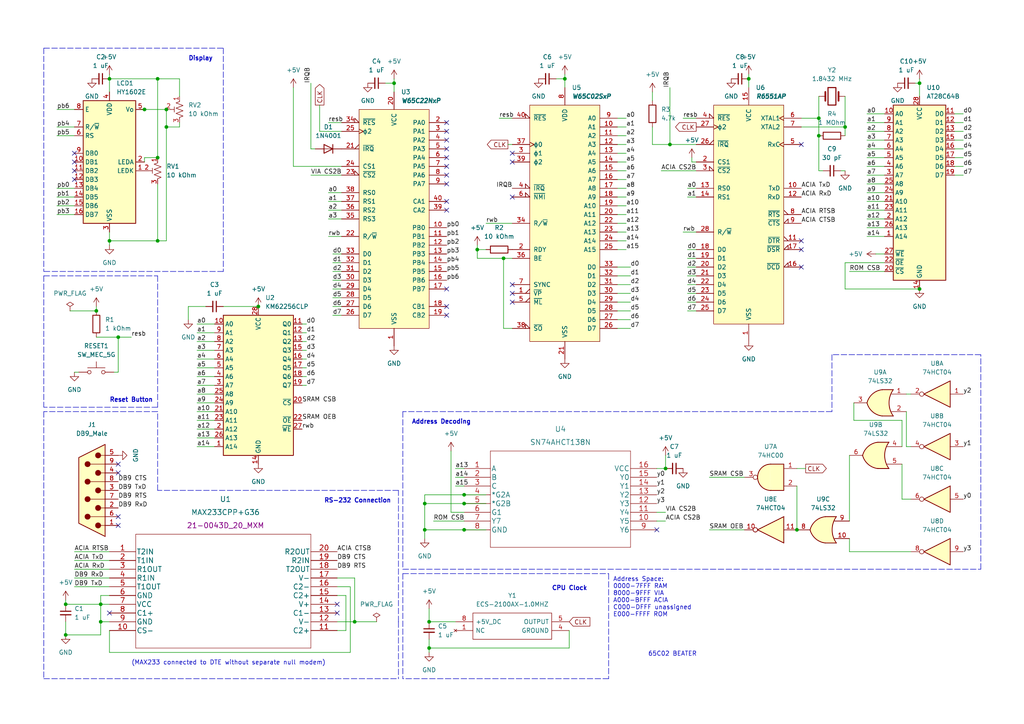
<source format=kicad_sch>
(kicad_sch (version 20211123) (generator eeschema)
  (paper "A4")
  (lib_symbols
    (symbol "2022-08-31_17-36-00:SN74AHCT138N" (pin_names (offset 0.254))
      (property "Reference" "U" (at 27.94 10.16 0))
      (property "Value" "SN74AHCT138N" (at 27.94 7.62 0))
      (symbol "SN74AHCT138N_1_1"
        (pin input line (at 0 0 0) (length 7.62) (name "A") (number "1"))
        (pin output line (at 55.88 -15.24 180) (length 7.62) (name "Y5") (number "10"))
        (pin output line (at 55.88 -12.7 180) (length 7.62) (name "Y4") (number "11"))
        (pin output line (at 55.88 -10.16 180) (length 7.62) (name "Y3") (number "12"))
        (pin output line (at 55.88 -7.62 180) (length 7.62) (name "Y2") (number "13"))
        (pin output line (at 55.88 -5.08 180) (length 7.62) (name "Y1") (number "14"))
        (pin output line (at 55.88 -2.54 180) (length 7.62) (name "Y0") (number "15"))
        (pin power_in line (at 55.88 0 180) (length 7.62) (name "VCC") (number "16"))
        (pin input line (at 0 -2.54 0) (length 7.62) (name "B") (number "2"))
        (pin input line (at 0 -5.08 0) (length 7.62) (name "C") (number "3"))
        (pin input line (at 0 -7.62 0) (length 7.62) (name "*G2A") (number "4"))
        (pin input line (at 0 -10.16 0) (length 7.62) (name "*G2B") (number "5"))
        (pin input line (at 0 -12.7 0) (length 7.62) (name "G1") (number "6"))
        (pin output line (at 0 -15.24 0) (length 7.62) (name "Y7") (number "7"))
        (pin power_in line (at 0 -17.78 0) (length 7.62) (name "GND") (number "8"))
        (pin output line (at 55.88 -17.78 180) (length 7.62) (name "Y6") (number "9"))
      )
    )
    (symbol "6502:W65C02SxP" (pin_names (offset 1.016))
      (property "Reference" "U" (at -10.16 35.56 0))
      (property "Value" "W65C02SxP" (at 0 0 90))
      (symbol "W65C02SxP_1_1"
        (pin output output_low (at -15.24 -20.32 0) (length 5.08) (name "~{VP}") (number "1"))
        (pin tri_state line (at 15.24 27.94 180) (length 5.08) (name "A1") (number "10"))
        (pin tri_state line (at 15.24 25.4 180) (length 5.08) (name "A2") (number "11"))
        (pin tri_state line (at 15.24 22.86 180) (length 5.08) (name "A3") (number "12"))
        (pin tri_state line (at 15.24 20.32 180) (length 5.08) (name "A4") (number "13"))
        (pin tri_state line (at 15.24 17.78 180) (length 5.08) (name "A5") (number "14"))
        (pin tri_state line (at 15.24 15.24 180) (length 5.08) (name "A6") (number "15"))
        (pin tri_state line (at 15.24 12.7 180) (length 5.08) (name "A7") (number "16"))
        (pin tri_state line (at 15.24 10.16 180) (length 5.08) (name "A8") (number "17"))
        (pin tri_state line (at 15.24 7.62 180) (length 5.08) (name "A9") (number "18"))
        (pin tri_state line (at 15.24 5.08 180) (length 5.08) (name "A10") (number "19"))
        (pin open_collector line (at -15.24 -7.62 0) (length 5.08) (name "RDY") (number "2"))
        (pin tri_state line (at 15.24 2.54 180) (length 5.08) (name "A11") (number "20"))
        (pin power_in line (at 0 -39.37 90) (length 5.08) (name "VSS") (number "21"))
        (pin tri_state line (at 15.24 0 180) (length 5.08) (name "A12") (number "22"))
        (pin tri_state line (at 15.24 -2.54 180) (length 5.08) (name "A13") (number "23"))
        (pin tri_state line (at 15.24 -5.08 180) (length 5.08) (name "A14") (number "24"))
        (pin tri_state line (at 15.24 -7.62 180) (length 5.08) (name "A15") (number "25"))
        (pin bidirectional line (at 15.24 -30.48 180) (length 5.08) (name "D7") (number "26"))
        (pin bidirectional line (at 15.24 -27.94 180) (length 5.08) (name "D6") (number "27"))
        (pin bidirectional line (at 15.24 -25.4 180) (length 5.08) (name "D5") (number "28"))
        (pin bidirectional line (at 15.24 -22.86 180) (length 5.08) (name "D4") (number "29"))
        (pin output line (at -15.24 20.32 0) (length 5.08) (name "ϕ1") (number "3"))
        (pin bidirectional line (at 15.24 -20.32 180) (length 5.08) (name "D3") (number "30"))
        (pin bidirectional line (at 15.24 -17.78 180) (length 5.08) (name "D2") (number "31"))
        (pin bidirectional line (at 15.24 -15.24 180) (length 5.08) (name "D1") (number "32"))
        (pin bidirectional line (at 15.24 -12.7 180) (length 5.08) (name "D0") (number "33"))
        (pin tri_state line (at -15.24 0 0) (length 5.08) (name "R/~{W}") (number "34"))
        (pin no_connect non_logic (at -10.16 -27.94 0) (length 2.54) hide (name "nc") (number "35"))
        (pin input line (at -15.24 -10.16 0) (length 5.08) (name "BE") (number "36"))
        (pin input clock (at -15.24 22.86 0) (length 5.08) (name "ϕ0") (number "37"))
        (pin input input_low (at -15.24 -30.48 0) (length 5.08) (name "~{SO}") (number "38"))
        (pin output line (at -15.24 17.78 0) (length 5.08) (name "ϕ2") (number "39"))
        (pin input input_low (at -15.24 10.16 0) (length 5.08) (name "~{IRQ}") (number "4"))
        (pin input input_low (at -15.24 30.48 0) (length 5.08) (name "~{RES}") (number "40"))
        (pin output output_low (at -15.24 -22.86 0) (length 5.08) (name "~{ML}") (number "5"))
        (pin input input_low (at -15.24 7.62 0) (length 5.08) (name "~{NMI}") (number "6"))
        (pin output line (at -15.24 -17.78 0) (length 5.08) (name "SYNC") (number "7"))
        (pin power_in line (at 0 39.37 270) (length 5.08) (name "VDD") (number "8"))
        (pin tri_state line (at 15.24 30.48 180) (length 5.08) (name "A0") (number "9"))
      )
    )
    (symbol "6502:W65C22NxP" (pin_names (offset 1.016))
      (property "Reference" "U" (at -10.16 33.02 0))
      (property "Value" "W65C22NxP" (at 0 0 90))
      (symbol "W65C22NxP_1_1"
        (pin power_in line (at 0 -36.83 90) (length 5.08) (name "VSS") (number "1"))
        (pin bidirectional line (at 15.24 -2.54 180) (length 5.08) (name "PB0") (number "10"))
        (pin bidirectional line (at 15.24 -5.08 180) (length 5.08) (name "PB1") (number "11"))
        (pin bidirectional line (at 15.24 -7.62 180) (length 5.08) (name "PB2") (number "12"))
        (pin bidirectional line (at 15.24 -10.16 180) (length 5.08) (name "PB3") (number "13"))
        (pin bidirectional line (at 15.24 -12.7 180) (length 5.08) (name "PB4") (number "14"))
        (pin bidirectional line (at 15.24 -15.24 180) (length 5.08) (name "PB5") (number "15"))
        (pin bidirectional line (at 15.24 -17.78 180) (length 5.08) (name "PB6") (number "16"))
        (pin bidirectional line (at 15.24 -20.32 180) (length 5.08) (name "PB7") (number "17"))
        (pin input line (at 15.24 -25.4 180) (length 5.08) (name "CB1") (number "18"))
        (pin bidirectional line (at 15.24 -27.94 180) (length 5.08) (name "CB2") (number "19"))
        (pin bidirectional line (at 15.24 27.94 180) (length 5.08) (name "PA0") (number "2"))
        (pin power_in line (at 0 36.83 270) (length 5.08) (name "VCC") (number "20"))
        (pin open_collector output_low (at -15.24 20.32 0) (length 5.08) (name "~{IRQ}") (number "21"))
        (pin input line (at -15.24 -5.08 0) (length 5.08) (name "R/~{W}") (number "22"))
        (pin input input_low (at -15.24 12.7 0) (length 5.08) (name "~{CS2}") (number "23"))
        (pin input line (at -15.24 15.24 0) (length 5.08) (name "CS1") (number "24"))
        (pin input clock (at -15.24 25.4 0) (length 5.08) (name "ϕ2") (number "25"))
        (pin bidirectional line (at -15.24 -27.94 0) (length 5.08) (name "D7") (number "26"))
        (pin bidirectional line (at -15.24 -25.4 0) (length 5.08) (name "D6") (number "27"))
        (pin bidirectional line (at -15.24 -22.86 0) (length 5.08) (name "D5") (number "28"))
        (pin bidirectional line (at -15.24 -20.32 0) (length 5.08) (name "D4") (number "29"))
        (pin bidirectional line (at 15.24 25.4 180) (length 5.08) (name "PA1") (number "3"))
        (pin bidirectional line (at -15.24 -17.78 0) (length 5.08) (name "D3") (number "30"))
        (pin bidirectional line (at -15.24 -15.24 0) (length 5.08) (name "D2") (number "31"))
        (pin bidirectional line (at -15.24 -12.7 0) (length 5.08) (name "D1") (number "32"))
        (pin bidirectional line (at -15.24 -10.16 0) (length 5.08) (name "D0") (number "33"))
        (pin input input_low (at -15.24 27.94 0) (length 5.08) (name "~{RES}") (number "34"))
        (pin input line (at -15.24 0 0) (length 5.08) (name "RS3") (number "35"))
        (pin input line (at -15.24 2.54 0) (length 5.08) (name "RS2") (number "36"))
        (pin input line (at -15.24 5.08 0) (length 5.08) (name "RS1") (number "37"))
        (pin input line (at -15.24 7.62 0) (length 5.08) (name "RS0") (number "38"))
        (pin bidirectional line (at 15.24 2.54 180) (length 5.08) (name "CA2") (number "39"))
        (pin bidirectional line (at 15.24 22.86 180) (length 5.08) (name "PA2") (number "4"))
        (pin input line (at 15.24 5.08 180) (length 5.08) (name "CA1") (number "40"))
        (pin bidirectional line (at 15.24 20.32 180) (length 5.08) (name "PA3") (number "5"))
        (pin bidirectional line (at 15.24 17.78 180) (length 5.08) (name "PA4") (number "6"))
        (pin bidirectional line (at 15.24 15.24 180) (length 5.08) (name "PA5") (number "7"))
        (pin bidirectional line (at 15.24 12.7 180) (length 5.08) (name "PA6") (number "8"))
        (pin bidirectional line (at 15.24 10.16 180) (length 5.08) (name "PA7") (number "9"))
      )
    )
    (symbol "6502:W65C51NxP" (pin_names (offset 1.016))
      (property "Reference" "U" (at -10.16 33.02 0))
      (property "Value" "W65C51NxP" (at 0 0 90))
      (symbol "W65C51NxP_1_1"
        (pin power_in line (at 0 -36.83 90) (length 5.08) (name "VSS") (number "1"))
        (pin output line (at 15.24 7.62 180) (length 5.08) (name "TxD") (number "10"))
        (pin output output_low (at 15.24 -7.62 180) (length 5.08) (name "~{DTR}") (number "11"))
        (pin input line (at 15.24 5.08 180) (length 5.08) (name "RxD") (number "12"))
        (pin input line (at -15.24 7.62 0) (length 5.08) (name "RS0") (number "13"))
        (pin input line (at -15.24 5.08 0) (length 5.08) (name "RS1") (number "14"))
        (pin power_in line (at 0 36.83 270) (length 5.08) (name "VCC") (number "15"))
        (pin input input_low (at 15.24 -15.24 180) (length 5.08) (name "~{DCD}") (number "16"))
        (pin input input_low (at 15.24 -10.16 180) (length 5.08) (name "~{DSR}") (number "17"))
        (pin bidirectional line (at -15.24 -10.16 0) (length 5.08) (name "D0") (number "18"))
        (pin bidirectional line (at -15.24 -12.7 0) (length 5.08) (name "D1") (number "19"))
        (pin input line (at -15.24 15.24 0) (length 5.08) (name "CS1") (number "2"))
        (pin bidirectional line (at -15.24 -15.24 0) (length 5.08) (name "D2") (number "20"))
        (pin bidirectional line (at -15.24 -17.78 0) (length 5.08) (name "D3") (number "21"))
        (pin bidirectional line (at -15.24 -20.32 0) (length 5.08) (name "D4") (number "22"))
        (pin bidirectional line (at -15.24 -22.86 0) (length 5.08) (name "D5") (number "23"))
        (pin bidirectional line (at -15.24 -25.4 0) (length 5.08) (name "D6") (number "24"))
        (pin bidirectional line (at -15.24 -27.94 0) (length 5.08) (name "D7") (number "25"))
        (pin open_collector output_low (at -15.24 20.32 0) (length 5.08) (name "~{IRQ}") (number "26"))
        (pin input clock (at -15.24 25.4 0) (length 5.08) (name "ϕ2") (number "27"))
        (pin input line (at -15.24 -5.08 0) (length 5.08) (name "R/~{W}") (number "28"))
        (pin input input_low (at -15.24 12.7 0) (length 5.08) (name "~{CS2}") (number "3"))
        (pin input input_low (at -15.24 27.94 0) (length 5.08) (name "~{RES}") (number "4"))
        (pin bidirectional clock (at 15.24 20.32 180) (length 5.08) (name "RxC") (number "5"))
        (pin input clock (at 15.24 27.94 180) (length 5.08) (name "XTAL1") (number "6"))
        (pin output line (at 15.24 25.4 180) (length 5.08) (name "XTAL2") (number "7"))
        (pin output output_low (at 15.24 0 180) (length 5.08) (name "~{RTS}") (number "8"))
        (pin input input_low (at 15.24 -2.54 180) (length 5.08) (name "~{CTS}") (number "9"))
      )
    )
    (symbol "74xx:74HC00" (pin_names (offset 1.016))
      (property "Reference" "U" (at 0 1.27 0))
      (property "Value" "74HC00" (at 0 -1.27 0))
      (symbol "74HC00_1_1"
        (pin input line (at -7.62 2.54 0) (length 3.81) (name "~") (number "1"))
        (pin input line (at -7.62 -2.54 0) (length 3.81) (name "~") (number "2"))
        (pin output inverted (at 7.62 0 180) (length 3.81) (name "~") (number "3"))
      )
      (symbol "74HC00_1_2"
        (pin input inverted (at -7.62 2.54 0) (length 4.318) (name "~") (number "1"))
        (pin input inverted (at -7.62 -2.54 0) (length 4.318) (name "~") (number "2"))
        (pin output line (at 7.62 0 180) (length 3.81) (name "~") (number "3"))
      )
      (symbol "74HC00_2_1"
        (pin input line (at -7.62 2.54 0) (length 3.81) (name "~") (number "4"))
        (pin input line (at -7.62 -2.54 0) (length 3.81) (name "~") (number "5"))
        (pin output inverted (at 7.62 0 180) (length 3.81) (name "~") (number "6"))
      )
      (symbol "74HC00_2_2"
        (pin input inverted (at -7.62 2.54 0) (length 4.318) (name "~") (number "4"))
        (pin input inverted (at -7.62 -2.54 0) (length 4.318) (name "~") (number "5"))
        (pin output line (at 7.62 0 180) (length 3.81) (name "~") (number "6"))
      )
      (symbol "74HC00_3_1"
        (pin input line (at -7.62 -2.54 0) (length 3.81) (name "~") (number "10"))
        (pin output inverted (at 7.62 0 180) (length 3.81) (name "~") (number "8"))
        (pin input line (at -7.62 2.54 0) (length 3.81) (name "~") (number "9"))
      )
      (symbol "74HC00_3_2"
        (pin input inverted (at -7.62 -2.54 0) (length 4.318) (name "~") (number "10"))
        (pin output line (at 7.62 0 180) (length 3.81) (name "~") (number "8"))
        (pin input inverted (at -7.62 2.54 0) (length 4.318) (name "~") (number "9"))
      )
      (symbol "74HC00_4_1"
        (pin output inverted (at 7.62 0 180) (length 3.81) (name "~") (number "11"))
        (pin input line (at -7.62 2.54 0) (length 3.81) (name "~") (number "12"))
        (pin input line (at -7.62 -2.54 0) (length 3.81) (name "~") (number "13"))
      )
      (symbol "74HC00_4_2"
        (pin output line (at 7.62 0 180) (length 3.81) (name "~") (number "11"))
        (pin input inverted (at -7.62 2.54 0) (length 4.318) (name "~") (number "12"))
        (pin input inverted (at -7.62 -2.54 0) (length 4.318) (name "~") (number "13"))
      )
      (symbol "74HC00_5_0"
        (pin power_in line (at 0 12.7 270) (length 5.08) (name "VCC") (number "14"))
        (pin power_in line (at 0 -12.7 90) (length 5.08) (name "GND") (number "7"))
      )
    )
    (symbol "74xx:74HCT04"
      (property "Reference" "U" (at 0 1.27 0))
      (property "Value" "74HCT04" (at 0 -1.27 0))
      (symbol "74HCT04_1_0"
        (pin input line (at -7.62 0 0) (length 3.81) (name "~") (number "1"))
        (pin output inverted (at 7.62 0 180) (length 3.81) (name "~") (number "2"))
      )
      (symbol "74HCT04_2_0"
        (pin input line (at -7.62 0 0) (length 3.81) (name "~") (number "3"))
        (pin output inverted (at 7.62 0 180) (length 3.81) (name "~") (number "4"))
      )
      (symbol "74HCT04_3_0"
        (pin input line (at -7.62 0 0) (length 3.81) (name "~") (number "5"))
        (pin output inverted (at 7.62 0 180) (length 3.81) (name "~") (number "6"))
      )
      (symbol "74HCT04_4_0"
        (pin output inverted (at 7.62 0 180) (length 3.81) (name "~") (number "8"))
        (pin input line (at -7.62 0 0) (length 3.81) (name "~") (number "9"))
      )
      (symbol "74HCT04_5_0"
        (pin output inverted (at 7.62 0 180) (length 3.81) (name "~") (number "10"))
        (pin input line (at -7.62 0 0) (length 3.81) (name "~") (number "11"))
      )
      (symbol "74HCT04_6_0"
        (pin output inverted (at 7.62 0 180) (length 3.81) (name "~") (number "12"))
        (pin input line (at -7.62 0 0) (length 3.81) (name "~") (number "13"))
      )
      (symbol "74HCT04_7_0"
        (pin power_in line (at 0 12.7 270) (length 5.08) (name "VCC") (number "14"))
        (pin power_in line (at 0 -12.7 90) (length 5.08) (name "GND") (number "7"))
      )
    )
    (symbol "74xx:74LS32" (pin_names (offset 1.016))
      (property "Reference" "U" (at 0 1.27 0))
      (property "Value" "74LS32" (at 0 -1.27 0))
      (symbol "74LS32_1_1"
        (pin input line (at -7.62 2.54 0) (length 4.318) (name "~") (number "1"))
        (pin input line (at -7.62 -2.54 0) (length 4.318) (name "~") (number "2"))
        (pin output line (at 7.62 0 180) (length 3.81) (name "~") (number "3"))
      )
      (symbol "74LS32_1_2"
        (pin input inverted (at -7.62 2.54 0) (length 3.81) (name "~") (number "1"))
        (pin input inverted (at -7.62 -2.54 0) (length 3.81) (name "~") (number "2"))
        (pin output inverted (at 7.62 0 180) (length 3.81) (name "~") (number "3"))
      )
      (symbol "74LS32_2_1"
        (pin input line (at -7.62 2.54 0) (length 4.318) (name "~") (number "4"))
        (pin input line (at -7.62 -2.54 0) (length 4.318) (name "~") (number "5"))
        (pin output line (at 7.62 0 180) (length 3.81) (name "~") (number "6"))
      )
      (symbol "74LS32_2_2"
        (pin input inverted (at -7.62 2.54 0) (length 3.81) (name "~") (number "4"))
        (pin input inverted (at -7.62 -2.54 0) (length 3.81) (name "~") (number "5"))
        (pin output inverted (at 7.62 0 180) (length 3.81) (name "~") (number "6"))
      )
      (symbol "74LS32_3_1"
        (pin input line (at -7.62 -2.54 0) (length 4.318) (name "~") (number "10"))
        (pin output line (at 7.62 0 180) (length 3.81) (name "~") (number "8"))
        (pin input line (at -7.62 2.54 0) (length 4.318) (name "~") (number "9"))
      )
      (symbol "74LS32_3_2"
        (pin input inverted (at -7.62 -2.54 0) (length 3.81) (name "~") (number "10"))
        (pin output inverted (at 7.62 0 180) (length 3.81) (name "~") (number "8"))
        (pin input inverted (at -7.62 2.54 0) (length 3.81) (name "~") (number "9"))
      )
      (symbol "74LS32_4_1"
        (pin output line (at 7.62 0 180) (length 3.81) (name "~") (number "11"))
        (pin input line (at -7.62 2.54 0) (length 4.318) (name "~") (number "12"))
        (pin input line (at -7.62 -2.54 0) (length 4.318) (name "~") (number "13"))
      )
      (symbol "74LS32_4_2"
        (pin output inverted (at 7.62 0 180) (length 3.81) (name "~") (number "11"))
        (pin input inverted (at -7.62 2.54 0) (length 3.81) (name "~") (number "12"))
        (pin input inverted (at -7.62 -2.54 0) (length 3.81) (name "~") (number "13"))
      )
      (symbol "74LS32_5_0"
        (pin power_in line (at 0 12.7 270) (length 5.08) (name "VCC") (number "14"))
        (pin power_in line (at 0 -12.7 90) (length 5.08) (name "GND") (number "7"))
      )
    )
    (symbol "Connector:DB9_Male" (pin_names (offset 1.016) hide)
      (property "Reference" "J" (at 0 13.97 0))
      (property "Value" "DB9_Male" (at 0 -14.605 0))
      (symbol "DB9_Male_1_1"
        (pin passive line (at -7.62 -10.16 0) (length 3.81) (name "1") (number "1"))
        (pin passive line (at -7.62 -5.08 0) (length 3.81) (name "2") (number "2"))
        (pin passive line (at -7.62 0 0) (length 3.81) (name "3") (number "3"))
        (pin passive line (at -7.62 5.08 0) (length 3.81) (name "4") (number "4"))
        (pin passive line (at -7.62 10.16 0) (length 3.81) (name "5") (number "5"))
        (pin passive line (at -7.62 -7.62 0) (length 3.81) (name "6") (number "6"))
        (pin passive line (at -7.62 -2.54 0) (length 3.81) (name "7") (number "7"))
        (pin passive line (at -7.62 2.54 0) (length 3.81) (name "8") (number "8"))
        (pin passive line (at -7.62 7.62 0) (length 3.81) (name "9") (number "9"))
      )
    )
    (symbol "Device:C_Small" (pin_numbers hide) (pin_names (offset 0.254) hide)
      (property "Reference" "C" (at 0.254 1.778 0))
      (property "Value" "C_Small" (at 0.254 -2.032 0))
      (symbol "C_Small_1_1"
        (pin passive line (at 0 2.54 270) (length 2.032) (name "~") (number "1"))
        (pin passive line (at 0 -2.54 90) (length 2.032) (name "~") (number "2"))
      )
    )
    (symbol "Device:Crystal" (pin_numbers hide) (pin_names (offset 1.016) hide)
      (property "Reference" "Y" (at 0 3.81 0))
      (property "Value" "Crystal" (at 0 -3.81 0))
      (symbol "Crystal_1_1"
        (pin passive line (at -3.81 0 0) (length 1.27) (name "1") (number "1"))
        (pin passive line (at 3.81 0 180) (length 1.27) (name "2") (number "2"))
      )
    )
    (symbol "Device:R" (pin_numbers hide) (pin_names (offset 0))
      (property "Reference" "R" (at 2.032 0 90))
      (property "Value" "R" (at 0 0 90))
      (symbol "R_1_1"
        (pin passive line (at 0 3.81 270) (length 1.27) (name "~") (number "1"))
        (pin passive line (at 0 -3.81 90) (length 1.27) (name "~") (number "2"))
      )
    )
    (symbol "Device:R_Potentiometer_Trim_US" (pin_names (offset 1.016) hide)
      (property "Reference" "RV" (at -4.445 0 90))
      (property "Value" "R_Potentiometer_Trim_US" (at -2.54 0 90))
      (symbol "R_Potentiometer_Trim_US_1_1"
        (pin passive line (at 0 3.81 270) (length 1.27) (name "1") (number "1"))
        (pin passive line (at 3.81 0 180) (length 1.27) (name "2") (number "2"))
        (pin passive line (at 0 -3.81 90) (length 1.27) (name "3") (number "3"))
      )
    )
    (symbol "Diode:1N4001" (pin_numbers hide) (pin_names (offset 1.016) hide)
      (property "Reference" "D" (at 0 2.54 0))
      (property "Value" "1N4001" (at 0 -2.54 0))
      (symbol "1N4001_1_1"
        (pin passive line (at -3.81 0 0) (length 2.54) (name "K") (number "1"))
        (pin passive line (at 3.81 0 180) (length 2.54) (name "A") (number "2"))
      )
    )
    (symbol "Display_Character:HY1602E"
      (property "Reference" "DS" (at -6.096 19.05 0))
      (property "Value" "HY1602E" (at 5.08 19.05 0))
      (symbol "HY1602E_1_1"
        (pin passive line (at 10.16 -2.54 180) (length 2.54) (name "LEDK") (number "1"))
        (pin bidirectional line (at -10.16 0 0) (length 2.54) (name "DB1") (number "10"))
        (pin bidirectional line (at -10.16 -2.54 0) (length 2.54) (name "DB2") (number "11"))
        (pin bidirectional line (at -10.16 -5.08 0) (length 2.54) (name "DB3") (number "12"))
        (pin bidirectional line (at -10.16 -7.62 0) (length 2.54) (name "DB4") (number "13"))
        (pin bidirectional line (at -10.16 -10.16 0) (length 2.54) (name "DB5") (number "14"))
        (pin bidirectional line (at -10.16 -12.7 0) (length 2.54) (name "DB6") (number "15"))
        (pin bidirectional line (at -10.16 -15.24 0) (length 2.54) (name "DB7") (number "16"))
        (pin passive line (at 10.16 0 180) (length 2.54) (name "LEDA") (number "2"))
        (pin power_in line (at 0 -20.32 90) (length 2.54) (name "VSS") (number "3"))
        (pin power_in line (at 0 20.32 270) (length 2.54) (name "VDD") (number "4"))
        (pin input line (at 10.16 15.24 180) (length 2.54) (name "Vo") (number "5"))
        (pin input line (at -10.16 7.62 0) (length 2.54) (name "RS") (number "6"))
        (pin input line (at -10.16 10.16 0) (length 2.54) (name "R/~{W}") (number "7"))
        (pin input line (at -10.16 15.24 0) (length 2.54) (name "E") (number "8"))
        (pin bidirectional line (at -10.16 2.54 0) (length 2.54) (name "DB0") (number "9"))
      )
    )
    (symbol "Memory_EEPROM:28C256"
      (property "Reference" "U" (at -7.62 26.67 0))
      (property "Value" "28C256" (at 2.54 -26.67 0))
      (symbol "28C256_1_1"
        (pin input line (at -10.16 -12.7 0) (length 2.54) (name "A14") (number "1"))
        (pin input line (at -10.16 22.86 0) (length 2.54) (name "A0") (number "10"))
        (pin tri_state line (at 10.16 22.86 180) (length 2.54) (name "D0") (number "11"))
        (pin tri_state line (at 10.16 20.32 180) (length 2.54) (name "D1") (number "12"))
        (pin tri_state line (at 10.16 17.78 180) (length 2.54) (name "D2") (number "13"))
        (pin power_in line (at 0 -27.94 90) (length 2.54) (name "GND") (number "14"))
        (pin tri_state line (at 10.16 15.24 180) (length 2.54) (name "D3") (number "15"))
        (pin tri_state line (at 10.16 12.7 180) (length 2.54) (name "D4") (number "16"))
        (pin tri_state line (at 10.16 10.16 180) (length 2.54) (name "D5") (number "17"))
        (pin tri_state line (at 10.16 7.62 180) (length 2.54) (name "D6") (number "18"))
        (pin tri_state line (at 10.16 5.08 180) (length 2.54) (name "D7") (number "19"))
        (pin input line (at -10.16 -7.62 0) (length 2.54) (name "A12") (number "2"))
        (pin input line (at -10.16 -22.86 0) (length 2.54) (name "~{CS}") (number "20"))
        (pin input line (at -10.16 -2.54 0) (length 2.54) (name "A10") (number "21"))
        (pin input line (at -10.16 -20.32 0) (length 2.54) (name "~{OE}") (number "22"))
        (pin input line (at -10.16 -5.08 0) (length 2.54) (name "A11") (number "23"))
        (pin input line (at -10.16 0 0) (length 2.54) (name "A9") (number "24"))
        (pin input line (at -10.16 2.54 0) (length 2.54) (name "A8") (number "25"))
        (pin input line (at -10.16 -10.16 0) (length 2.54) (name "A13") (number "26"))
        (pin input line (at -10.16 -17.78 0) (length 2.54) (name "~{WE}") (number "27"))
        (pin power_in line (at 0 27.94 270) (length 2.54) (name "VCC") (number "28"))
        (pin input line (at -10.16 5.08 0) (length 2.54) (name "A7") (number "3"))
        (pin input line (at -10.16 7.62 0) (length 2.54) (name "A6") (number "4"))
        (pin input line (at -10.16 10.16 0) (length 2.54) (name "A5") (number "5"))
        (pin input line (at -10.16 12.7 0) (length 2.54) (name "A4") (number "6"))
        (pin input line (at -10.16 15.24 0) (length 2.54) (name "A3") (number "7"))
        (pin input line (at -10.16 17.78 0) (length 2.54) (name "A2") (number "8"))
        (pin input line (at -10.16 20.32 0) (length 2.54) (name "A1") (number "9"))
      )
    )
    (symbol "Memory_RAM:KM62256CLP"
      (property "Reference" "U" (at -10.16 20.955 0))
      (property "Value" "KM62256CLP" (at 2.54 20.955 0))
      (symbol "KM62256CLP_0_0"
        (pin power_in line (at 0 -22.86 90) (length 2.54) (name "GND") (number "14"))
        (pin power_in line (at 0 22.86 270) (length 2.54) (name "VCC") (number "28"))
      )
      (symbol "KM62256CLP_1_1"
        (pin input line (at -12.7 -17.78 0) (length 2.54) (name "A14") (number "1"))
        (pin input line (at -12.7 17.78 0) (length 2.54) (name "A0") (number "10"))
        (pin tri_state line (at 12.7 17.78 180) (length 2.54) (name "Q0") (number "11"))
        (pin tri_state line (at 12.7 15.24 180) (length 2.54) (name "Q1") (number "12"))
        (pin tri_state line (at 12.7 12.7 180) (length 2.54) (name "Q2") (number "13"))
        (pin tri_state line (at 12.7 10.16 180) (length 2.54) (name "Q3") (number "15"))
        (pin tri_state line (at 12.7 7.62 180) (length 2.54) (name "Q4") (number "16"))
        (pin tri_state line (at 12.7 5.08 180) (length 2.54) (name "Q5") (number "17"))
        (pin tri_state line (at 12.7 2.54 180) (length 2.54) (name "Q6") (number "18"))
        (pin tri_state line (at 12.7 0 180) (length 2.54) (name "Q7") (number "19"))
        (pin input line (at -12.7 -12.7 0) (length 2.54) (name "A12") (number "2"))
        (pin input line (at 12.7 -5.08 180) (length 2.54) (name "~{CS}") (number "20"))
        (pin input line (at -12.7 -7.62 0) (length 2.54) (name "A10") (number "21"))
        (pin input line (at 12.7 -10.16 180) (length 2.54) (name "~{OE}") (number "22"))
        (pin input line (at -12.7 -10.16 0) (length 2.54) (name "A11") (number "23"))
        (pin input line (at -12.7 -5.08 0) (length 2.54) (name "A9") (number "24"))
        (pin input line (at -12.7 -2.54 0) (length 2.54) (name "A8") (number "25"))
        (pin input line (at -12.7 -15.24 0) (length 2.54) (name "A13") (number "26"))
        (pin input line (at 12.7 -12.7 180) (length 2.54) (name "~{WE}") (number "27"))
        (pin input line (at -12.7 0 0) (length 2.54) (name "A7") (number "3"))
        (pin input line (at -12.7 2.54 0) (length 2.54) (name "A6") (number "4"))
        (pin input line (at -12.7 5.08 0) (length 2.54) (name "A5") (number "5"))
        (pin input line (at -12.7 7.62 0) (length 2.54) (name "A4") (number "6"))
        (pin input line (at -12.7 10.16 0) (length 2.54) (name "A3") (number "7"))
        (pin input line (at -12.7 12.7 0) (length 2.54) (name "A2") (number "8"))
        (pin input line (at -12.7 15.24 0) (length 2.54) (name "A1") (number "9"))
      )
    )
    (symbol "SamacSys_Parts:ECS-2100AX-1.0MHZ" (pin_names (offset 0.762))
      (property "Reference" "Y" (at 29.21 7.62 0))
      (property "Value" "ECS-2100AX-1.0MHZ" (at 29.21 5.08 0))
      (symbol "ECS-2100AX-1.0MHZ_0_0"
        (pin no_connect line (at 0 -2.54 0) (length 5.08) (name "NC") (number "1"))
        (pin passive line (at 33.02 -2.54 180) (length 5.08) (name "GROUND") (number "4"))
        (pin passive line (at 33.02 0 180) (length 5.08) (name "OUTPUT") (number "5"))
        (pin passive line (at 0 0 0) (length 5.08) (name "+5V_DC") (number "8"))
      )
    )
    (symbol "Switch:SW_MEC_5G" (pin_numbers hide) (pin_names (offset 1.016) hide)
      (property "Reference" "SW" (at 1.27 2.54 0))
      (property "Value" "SW_MEC_5G" (at 0 -1.524 0))
      (symbol "SW_MEC_5G_0_1"
        (pin passive line (at -5.08 0 0) (length 2.54) (name "A") (number "1"))
        (pin passive line (at 5.08 0 180) (length 2.54) (name "B") (number "3"))
      )
      (symbol "SW_MEC_5G_1_1"
        (pin passive line (at -5.08 0 0) (length 2.54) hide (name "A") (number "2"))
        (pin passive line (at 5.08 0 180) (length 2.54) hide (name "B") (number "4"))
      )
    )
    (symbol "max233:MAX233CPP+G36" (pin_names (offset 0.254))
      (property "Reference" "U" (at 33.02 10.16 0))
      (property "Value" "MAX233CPP+G36" (at 33.02 7.62 0))
      (symbol "MAX233CPP+G36_1_1"
        (pin input line (at 0 0 0) (length 7.62) (name "T2IN") (number "1"))
        (pin bidirectional line (at 0 -22.86 0) (length 7.62) (name "CS-") (number "10"))
        (pin bidirectional line (at 66.04 -22.86 180) (length 7.62) (name "C2+") (number "11"))
        (pin power_in line (at 66.04 -20.32 180) (length 7.62) (name "V-") (number "12"))
        (pin bidirectional line (at 66.04 -17.78 180) (length 7.62) (name "C1-") (number "13"))
        (pin power_in line (at 66.04 -15.24 180) (length 7.62) (name "V+") (number "14"))
        (pin bidirectional line (at 66.04 -12.7 180) (length 7.62) (name "C2+") (number "15"))
        (pin bidirectional line (at 66.04 -10.16 180) (length 7.62) (name "C2-") (number "16"))
        (pin power_in line (at 66.04 -7.62 180) (length 7.62) (name "V-") (number "17"))
        (pin output line (at 66.04 -5.08 180) (length 7.62) (name "T2OUT") (number "18"))
        (pin input line (at 66.04 -2.54 180) (length 7.62) (name "R2IN") (number "19"))
        (pin input line (at 0 -2.54 0) (length 7.62) (name "T1IN") (number "2"))
        (pin output line (at 66.04 0 180) (length 7.62) (name "R2OUT") (number "20"))
        (pin output line (at 0 -5.08 0) (length 7.62) (name "R1OUT") (number "3"))
        (pin input line (at 0 -7.62 0) (length 7.62) (name "R1IN") (number "4"))
        (pin output line (at 0 -10.16 0) (length 7.62) (name "T1OUT") (number "5"))
        (pin power_in line (at 0 -12.7 0) (length 7.62) (name "GND") (number "6"))
        (pin power_in line (at 0 -15.24 0) (length 7.62) (name "VCC") (number "7"))
        (pin bidirectional line (at 0 -17.78 0) (length 7.62) (name "C1+") (number "8"))
        (pin power_in line (at 0 -20.32 0) (length 7.62) (name "GND") (number "9"))
      )
    )
    (symbol "power:+5V" (power) (pin_names (offset 0))
      (property "Value" "+5V" (at 0 3.556 0))
      (symbol "+5V_1_1"
        (pin power_in line (at 0 0 90) (length 0) hide (name "+5V") (number "1"))
      )
    )
    (symbol "power:GND" (power) (pin_names (offset 0))
      (property "Value" "GND" (at 0 -3.81 0))
      (symbol "GND_1_1"
        (pin power_in line (at 0 0 270) (length 0) hide (name "GND") (number "1"))
      )
    )
    (symbol "power:PWR_FLAG" (power) (pin_numbers hide) (pin_names (offset 0) hide)
      (property "Value" "PWR_FLAG" (at 0 3.81 0))
      (symbol "PWR_FLAG_0_0"
        (pin power_out line (at 0 0 90) (length 0) (name "pwr") (number "1"))
      )
    )
  )
  (junction (at 45.72 22.86))
  (junction (at 193.04 135.89))
  (junction (at 237.49 39.37))
  (junction (at 134.62 146.05))
  (junction (at 29.21 180.34))
  (junction (at 134.62 153.67))
  (junction (at 31.75 69.85))
  (junction (at 194.31 41.91))
  (junction (at 102.87 180.34))
  (junction (at 124.46 187.96))
  (junction (at 245.11 36.83))
  (junction (at 19.05 175.26))
  (junction (at 48.26 31.75))
  (junction (at 27.94 90.17))
  (junction (at 31.75 22.86))
  (junction (at 146.05 74.93))
  (junction (at 123.19 153.67))
  (junction (at 45.72 45.72))
  (junction (at 48.26 36.83))
  (junction (at 163.83 22.86))
  (junction (at 231.14 153.67))
  (junction (at 19.05 184.15))
  (junction (at 114.3 24.13))
  (junction (at 134.62 143.51))
  (junction (at 123.19 146.05))
  (junction (at 29.21 175.26))
  (junction (at 45.72 69.85))
  (junction (at 41.91 31.75))
  (junction (at 266.7 83.82))
  (junction (at 138.43 72.39))
  (junction (at 74.93 88.9))
  (junction (at 237.49 34.29))
  (junction (at 266.7 24.13))
  (junction (at 124.46 180.34))
  (junction (at 34.29 97.79))
  (junction (at 217.17 22.86))
  (no_connect (at 97.79 177.8))
  (no_connect (at 97.79 175.26))
  (no_connect (at 148.59 57.15))
  (no_connect (at 148.59 44.45))
  (no_connect (at 148.59 46.99))
  (no_connect (at 232.41 41.91))
  (no_connect (at 148.59 82.55))
  (no_connect (at 148.59 85.09))
  (no_connect (at 148.59 87.63))
  (no_connect (at 190.5 153.67))
  (no_connect (at 31.75 177.8))
  (no_connect (at 232.41 77.47))
  (no_connect (at 232.41 72.39))
  (no_connect (at 232.41 69.85))
  (no_connect (at 21.59 49.53))
  (no_connect (at 21.59 52.07))
  (no_connect (at 21.59 46.99))
  (no_connect (at 21.59 44.45))
  (no_connect (at 34.29 149.86))
  (no_connect (at 34.29 152.4))
  (no_connect (at 34.29 134.62))
  (no_connect (at 34.29 137.16))
  (no_connect (at 129.54 83.82))
  (no_connect (at 129.54 48.26))
  (no_connect (at 129.54 53.34))
  (no_connect (at 129.54 45.72))
  (no_connect (at 129.54 50.8))
  (no_connect (at 129.54 40.64))
  (no_connect (at 129.54 35.56))
  (no_connect (at 129.54 38.1))
  (no_connect (at 129.54 43.18))
  (no_connect (at 129.54 60.96))
  (no_connect (at 129.54 58.42))
  (no_connect (at 129.54 91.44))
  (no_connect (at 129.54 88.9))
  (wire (pts (xy 57.15 119.38) (xy 62.23 119.38)))
  (wire (pts (xy 245.11 76.2) (xy 245.11 83.82)))
  (wire (pts (xy 251.46 50.8) (xy 256.54 50.8)))
  (wire (pts (xy 231.14 140.97) (xy 231.14 153.67)))
  (wire (pts (xy 245.11 83.82) (xy 266.7 83.82)))
  (wire (pts (xy 96.52 73.66) (xy 99.06 73.66)))
  (wire (pts (xy 179.07 95.25) (xy 182.88 95.25)))
  (wire (pts (xy 57.15 99.06) (xy 62.23 99.06)))
  (wire (pts (xy 85.09 25.4) (xy 85.09 48.26)))
  (wire (pts (xy 138.43 72.39) (xy 138.43 74.93)))
  (wire (pts (xy 57.15 114.3) (xy 62.23 114.3)))
  (wire (pts (xy 29.21 180.34) (xy 29.21 175.26)))
  (polyline (pts (xy 176.53 166.37) (xy 176.53 196.85)))
  (wire (pts (xy 237.49 39.37) (xy 237.49 49.53)))
  (wire (pts (xy 123.19 143.51) (xy 134.62 143.51)))
  (polyline (pts (xy 12.7 119.38) (xy 12.7 196.85)))
  (wire (pts (xy 41.91 31.75) (xy 48.26 31.75)))
  (wire (pts (xy 179.07 92.71) (xy 182.88 92.71)))
  (wire (pts (xy 96.52 81.28) (xy 99.06 81.28)))
  (wire (pts (xy 199.39 90.17) (xy 201.93 90.17)))
  (wire (pts (xy 193.04 148.59) (xy 190.5 148.59)))
  (wire (pts (xy 48.26 36.83) (xy 48.26 69.85)))
  (wire (pts (xy 31.75 180.34) (xy 29.21 180.34)))
  (wire (pts (xy 31.75 22.86) (xy 31.75 26.67)))
  (wire (pts (xy 21.59 165.1) (xy 31.75 165.1)))
  (wire (pts (xy 96.52 78.74) (xy 99.06 78.74)))
  (wire (pts (xy 251.46 68.58) (xy 256.54 68.58)))
  (wire (pts (xy 57.15 129.54) (xy 62.23 129.54)))
  (wire (pts (xy 100.33 182.88) (xy 97.79 182.88)))
  (wire (pts (xy 251.46 45.72) (xy 256.54 45.72)))
  (wire (pts (xy 101.6 170.18) (xy 97.79 170.18)))
  (polyline (pts (xy 116.84 166.37) (xy 116.84 196.85)))
  (wire (pts (xy 45.72 22.86) (xy 52.07 22.86)))
  (wire (pts (xy 140.97 146.05) (xy 134.62 146.05)))
  (wire (pts (xy 163.83 21.59) (xy 163.83 22.86)))
  (wire (pts (xy 179.07 41.91) (xy 181.61 41.91)))
  (wire (pts (xy 57.15 111.76) (xy 62.23 111.76)))
  (wire (pts (xy 179.07 90.17) (xy 182.88 90.17)))
  (wire (pts (xy 124.46 187.96) (xy 124.46 189.23)))
  (wire (pts (xy 193.04 135.89) (xy 193.04 132.08)))
  (wire (pts (xy 87.63 101.6) (xy 88.9 101.6)))
  (wire (pts (xy 95.25 35.56) (xy 99.06 35.56)))
  (polyline (pts (xy 115.57 180.34) (xy 115.57 142.24)))
  (wire (pts (xy 29.21 175.26) (xy 29.21 172.72)))
  (wire (pts (xy 123.19 146.05) (xy 123.19 153.67)))
  (wire (pts (xy 179.07 69.85) (xy 181.61 69.85)))
  (polyline (pts (xy 241.3 102.87) (xy 241.3 119.38)))
  (wire (pts (xy 102.87 180.34) (xy 97.79 180.34)))
  (polyline (pts (xy 45.72 142.24) (xy 45.72 119.38)))
  (wire (pts (xy 57.15 101.6) (xy 62.23 101.6)))
  (wire (pts (xy 276.86 35.56) (xy 279.4 35.56)))
  (wire (pts (xy 124.46 185.42) (xy 124.46 187.96)))
  (wire (pts (xy 34.29 97.79) (xy 27.94 97.79)))
  (wire (pts (xy 198.12 34.29) (xy 201.93 34.29)))
  (wire (pts (xy 123.19 146.05) (xy 134.62 146.05)))
  (polyline (pts (xy 115.57 180.34) (xy 115.57 196.85)))
  (wire (pts (xy 57.15 124.46) (xy 62.23 124.46)))
  (wire (pts (xy 45.72 22.86) (xy 45.72 45.72)))
  (wire (pts (xy 16.51 36.83) (xy 21.59 36.83)))
  (wire (pts (xy 52.07 35.56) (xy 52.07 36.83)))
  (wire (pts (xy 266.7 22.86) (xy 266.7 24.13)))
  (wire (pts (xy 99.06 50.8) (xy 90.17 50.8)))
  (wire (pts (xy 262.89 114.3) (xy 264.16 114.3)))
  (wire (pts (xy 194.31 41.91) (xy 194.31 25.4)))
  (wire (pts (xy 21.59 162.56) (xy 31.75 162.56)))
  (wire (pts (xy 148.59 74.93) (xy 146.05 74.93)))
  (wire (pts (xy 96.52 76.2) (xy 99.06 76.2)))
  (wire (pts (xy 48.26 36.83) (xy 48.26 31.75)))
  (wire (pts (xy 215.9 138.43) (xy 205.74 138.43)))
  (wire (pts (xy 59.69 88.9) (xy 54.61 88.9)))
  (wire (pts (xy 96.52 88.9) (xy 99.06 88.9)))
  (wire (pts (xy 251.46 60.96) (xy 256.54 60.96)))
  (wire (pts (xy 179.07 80.01) (xy 182.88 80.01)))
  (wire (pts (xy 246.38 151.13) (xy 246.38 132.08)))
  (wire (pts (xy 41.91 45.72) (xy 45.72 45.72)))
  (wire (pts (xy 87.63 93.98) (xy 88.9 93.98)))
  (wire (pts (xy 111.76 24.13) (xy 114.3 24.13)))
  (wire (pts (xy 21.59 167.64) (xy 31.75 167.64)))
  (wire (pts (xy 231.14 135.89) (xy 233.68 135.89)))
  (wire (pts (xy 251.46 40.64) (xy 256.54 40.64)))
  (wire (pts (xy 100.33 172.72) (xy 100.33 182.88)))
  (wire (pts (xy 123.19 143.51) (xy 123.19 146.05)))
  (wire (pts (xy 251.46 35.56) (xy 256.54 35.56)))
  (wire (pts (xy 262.89 129.54) (xy 264.16 129.54)))
  (wire (pts (xy 138.43 74.93) (xy 146.05 74.93)))
  (wire (pts (xy 34.29 97.79) (xy 34.29 107.95)))
  (wire (pts (xy 57.15 96.52) (xy 62.23 96.52)))
  (wire (pts (xy 96.52 91.44) (xy 99.06 91.44)))
  (wire (pts (xy 130.81 148.59) (xy 134.62 148.59)))
  (wire (pts (xy 179.07 39.37) (xy 181.61 39.37)))
  (wire (pts (xy 265.43 24.13) (xy 266.7 24.13)))
  (wire (pts (xy 161.29 22.86) (xy 163.83 22.86)))
  (polyline (pts (xy 116.84 166.37) (xy 176.53 166.37)))
  (wire (pts (xy 251.46 38.1) (xy 256.54 38.1)))
  (wire (pts (xy 251.46 48.26) (xy 256.54 48.26)))
  (wire (pts (xy 148.59 95.25) (xy 146.05 95.25)))
  (wire (pts (xy 237.49 34.29) (xy 237.49 39.37)))
  (wire (pts (xy 179.07 36.83) (xy 181.61 36.83)))
  (wire (pts (xy 148.59 41.91) (xy 147.32 41.91)))
  (wire (pts (xy 194.31 41.91) (xy 201.93 41.91)))
  (wire (pts (xy 179.07 77.47) (xy 182.88 77.47)))
  (wire (pts (xy 87.63 99.06) (xy 88.9 99.06)))
  (wire (pts (xy 251.46 33.02) (xy 256.54 33.02)))
  (wire (pts (xy 16.51 59.69) (xy 21.59 59.69)))
  (wire (pts (xy 123.19 153.67) (xy 134.62 153.67)))
  (wire (pts (xy 200.66 46.99) (xy 201.93 46.99)))
  (wire (pts (xy 251.46 53.34) (xy 256.54 53.34)))
  (wire (pts (xy 217.17 21.59) (xy 217.17 22.86)))
  (wire (pts (xy 29.21 172.72) (xy 31.75 172.72)))
  (wire (pts (xy 179.07 54.61) (xy 181.61 54.61)))
  (wire (pts (xy 199.39 72.39) (xy 201.93 72.39)))
  (wire (pts (xy 29.21 175.26) (xy 31.75 175.26)))
  (polyline (pts (xy 116.84 119.38) (xy 116.84 165.1)))
  (wire (pts (xy 130.81 130.81) (xy 130.81 148.59)))
  (wire (pts (xy 31.75 22.86) (xy 45.72 22.86)))
  (polyline (pts (xy 116.84 165.1) (xy 284.48 165.1)))
  (wire (pts (xy 199.39 57.15) (xy 201.93 57.15)))
  (wire (pts (xy 191.77 49.53) (xy 201.93 49.53)))
  (wire (pts (xy 87.63 111.76) (xy 88.9 111.76)))
  (wire (pts (xy 148.59 34.29) (xy 144.78 34.29)))
  (wire (pts (xy 27.94 90.17) (xy 27.94 88.9)))
  (wire (pts (xy 189.23 26.67) (xy 189.23 29.21)))
  (wire (pts (xy 96.52 83.82) (xy 99.06 83.82)))
  (wire (pts (xy 87.63 106.68) (xy 88.9 106.68)))
  (wire (pts (xy 199.39 74.93) (xy 201.93 74.93)))
  (wire (pts (xy 92.71 38.1) (xy 99.06 38.1)))
  (wire (pts (xy 87.63 96.52) (xy 88.9 96.52)))
  (wire (pts (xy 232.41 36.83) (xy 245.11 36.83)))
  (wire (pts (xy 16.51 39.37) (xy 21.59 39.37)))
  (wire (pts (xy 179.07 87.63) (xy 182.88 87.63)))
  (wire (pts (xy 163.83 22.86) (xy 163.83 25.4)))
  (wire (pts (xy 276.86 40.64) (xy 279.4 40.64)))
  (wire (pts (xy 101.6 189.23) (xy 101.6 170.18)))
  (polyline (pts (xy 64.77 13.97) (xy 64.77 78.74)))
  (wire (pts (xy 251.46 66.04) (xy 256.54 66.04)))
  (polyline (pts (xy 241.3 119.38) (xy 116.84 119.38)))
  (wire (pts (xy 124.46 176.53) (xy 124.46 180.34)))
  (wire (pts (xy 179.07 44.45) (xy 181.61 44.45)))
  (wire (pts (xy 179.07 46.99) (xy 181.61 46.99)))
  (wire (pts (xy 54.61 88.9) (xy 54.61 92.71)))
  (wire (pts (xy 276.86 45.72) (xy 279.4 45.72)))
  (wire (pts (xy 179.07 49.53) (xy 181.61 49.53)))
  (wire (pts (xy 102.87 167.64) (xy 102.87 180.34)))
  (wire (pts (xy 246.38 160.02) (xy 246.38 156.21)))
  (wire (pts (xy 90.17 24.13) (xy 90.17 43.18)))
  (wire (pts (xy 114.3 22.86) (xy 114.3 24.13)))
  (wire (pts (xy 261.62 144.78) (xy 264.16 144.78)))
  (wire (pts (xy 251.46 43.18) (xy 256.54 43.18)))
  (wire (pts (xy 132.08 135.89) (xy 134.62 135.89)))
  (wire (pts (xy 31.75 69.85) (xy 45.72 69.85)))
  (wire (pts (xy 276.86 43.18) (xy 279.4 43.18)))
  (wire (pts (xy 19.05 173.99) (xy 19.05 175.26)))
  (wire (pts (xy 254 73.66) (xy 256.54 73.66)))
  (wire (pts (xy 217.17 22.86) (xy 217.17 25.4)))
  (wire (pts (xy 85.09 48.26) (xy 99.06 48.26)))
  (wire (pts (xy 57.15 127) (xy 62.23 127)))
  (wire (pts (xy 114.3 24.13) (xy 114.3 26.67)))
  (wire (pts (xy 20.32 90.17) (xy 27.94 90.17)))
  (wire (pts (xy 57.15 93.98) (xy 62.23 93.98)))
  (polyline (pts (xy 45.72 118.11) (xy 12.7 118.11)))
  (wire (pts (xy 123.19 153.67) (xy 123.19 156.21)))
  (wire (pts (xy 205.74 153.67) (xy 215.9 153.67)))
  (polyline (pts (xy 284.48 165.1) (xy 284.48 102.87)))
  (wire (pts (xy 124.46 187.96) (xy 165.1 187.96)))
  (polyline (pts (xy 64.77 78.74) (xy 12.7 78.74)))
  (wire (pts (xy 31.75 69.85) (xy 31.75 67.31)))
  (wire (pts (xy 179.07 64.77) (xy 181.61 64.77)))
  (wire (pts (xy 34.29 107.95) (xy 33.02 107.95)))
  (wire (pts (xy 199.39 82.55) (xy 201.93 82.55)))
  (wire (pts (xy 95.25 55.88) (xy 99.06 55.88)))
  (wire (pts (xy 189.23 41.91) (xy 194.31 41.91)))
  (wire (pts (xy 31.75 182.88) (xy 31.75 189.23)))
  (wire (pts (xy 64.77 88.9) (xy 74.93 88.9)))
  (wire (pts (xy 179.07 34.29) (xy 181.61 34.29)))
  (wire (pts (xy 148.59 64.77) (xy 140.97 64.77)))
  (wire (pts (xy 179.07 67.31) (xy 181.61 67.31)))
  (wire (pts (xy 52.07 22.86) (xy 52.07 27.94)))
  (wire (pts (xy 19.05 184.15) (xy 19.05 180.34)))
  (polyline (pts (xy 12.7 196.85) (xy 115.57 196.85)))
  (wire (pts (xy 95.25 63.5) (xy 99.06 63.5)))
  (wire (pts (xy 57.15 109.22) (xy 62.23 109.22)))
  (wire (pts (xy 45.72 53.34) (xy 45.72 69.85)))
  (wire (pts (xy 48.26 36.83) (xy 52.07 36.83)))
  (wire (pts (xy 97.79 167.64) (xy 102.87 167.64)))
  (wire (pts (xy 179.07 52.07) (xy 181.61 52.07)))
  (wire (pts (xy 179.07 57.15) (xy 181.61 57.15)))
  (wire (pts (xy 90.17 43.18) (xy 91.44 43.18)))
  (wire (pts (xy 19.05 175.26) (xy 29.21 175.26)))
  (polyline (pts (xy 12.7 13.97) (xy 12.7 78.74)))
  (wire (pts (xy 140.97 143.51) (xy 134.62 143.51)))
  (wire (pts (xy 232.41 34.29) (xy 237.49 34.29)))
  (wire (pts (xy 179.07 85.09) (xy 182.88 85.09)))
  (wire (pts (xy 124.46 180.34) (xy 132.08 180.34)))
  (polyline (pts (xy 176.53 196.85) (xy 116.84 196.85)))
  (wire (pts (xy 97.79 172.72) (xy 100.33 172.72)))
  (wire (pts (xy 199.39 54.61) (xy 201.93 54.61)))
  (wire (pts (xy 16.51 31.75) (xy 21.59 31.75)))
  (wire (pts (xy 198.12 67.31) (xy 201.93 67.31)))
  (wire (pts (xy 31.75 21.59) (xy 31.75 22.86)))
  (wire (pts (xy 199.39 85.09) (xy 201.93 85.09)))
  (wire (pts (xy 261.62 134.62) (xy 261.62 144.78)))
  (polyline (pts (xy 45.72 119.38) (xy 12.7 119.38)))
  (wire (pts (xy 95.25 60.96) (xy 99.06 60.96)))
  (wire (pts (xy 179.07 62.23) (xy 181.61 62.23)))
  (wire (pts (xy 179.07 72.39) (xy 181.61 72.39)))
  (wire (pts (xy 16.51 62.23) (xy 21.59 62.23)))
  (wire (pts (xy 266.7 24.13) (xy 266.7 27.94)))
  (wire (pts (xy 246.38 78.74) (xy 256.54 78.74)))
  (wire (pts (xy 200.66 45.72) (xy 200.66 46.99)))
  (wire (pts (xy 57.15 104.14) (xy 62.23 104.14)))
  (wire (pts (xy 189.23 36.83) (xy 189.23 41.91)))
  (polyline (pts (xy 45.72 80.01) (xy 45.72 118.11)))
  (wire (pts (xy 199.39 80.01) (xy 201.93 80.01)))
  (wire (pts (xy 238.76 49.53) (xy 237.49 49.53)))
  (wire (pts (xy 251.46 55.88) (xy 256.54 55.88)))
  (wire (pts (xy 41.91 45.72) (xy 41.91 46.99)))
  (polyline (pts (xy 115.57 142.24) (xy 45.72 142.24)))
  (wire (pts (xy 134.62 153.67) (xy 140.97 153.67)))
  (wire (pts (xy 40.64 31.75) (xy 41.91 31.75)))
  (wire (pts (xy 261.62 121.92) (xy 261.62 129.54)))
  (wire (pts (xy 87.63 109.22) (xy 88.9 109.22)))
  (wire (pts (xy 245.11 36.83) (xy 245.11 39.37)))
  (wire (pts (xy 256.54 76.2) (xy 245.11 76.2)))
  (wire (pts (xy 276.86 33.02) (xy 279.4 33.02)))
  (wire (pts (xy 246.38 160.02) (xy 264.16 160.02)))
  (wire (pts (xy 38.1 97.79) (xy 34.29 97.79)))
  (wire (pts (xy 247.65 121.92) (xy 261.62 121.92)))
  (wire (pts (xy 138.43 71.12) (xy 138.43 72.39)))
  (wire (pts (xy 95.25 68.58) (xy 99.06 68.58)))
  (wire (pts (xy 45.72 69.85) (xy 48.26 69.85)))
  (wire (pts (xy 276.86 50.8) (xy 279.4 50.8)))
  (wire (pts (xy 57.15 121.92) (xy 62.23 121.92)))
  (wire (pts (xy 87.63 104.14) (xy 88.9 104.14)))
  (wire (pts (xy 102.87 180.34) (xy 109.22 180.34)))
  (wire (pts (xy 245.11 27.94) (xy 245.11 36.83)))
  (wire (pts (xy 190.5 135.89) (xy 193.04 135.89)))
  (wire (pts (xy 96.52 86.36) (xy 99.06 86.36)))
  (wire (pts (xy 21.59 160.02) (xy 31.75 160.02)))
  (wire (pts (xy 276.86 48.26) (xy 279.4 48.26)))
  (wire (pts (xy 21.59 170.18) (xy 31.75 170.18)))
  (wire (pts (xy 179.07 59.69) (xy 181.61 59.69)))
  (wire (pts (xy 251.46 58.42) (xy 256.54 58.42)))
  (wire (pts (xy 165.1 182.88) (xy 165.1 187.96)))
  (wire (pts (xy 16.51 57.15) (xy 21.59 57.15)))
  (wire (pts (xy 134.62 151.13) (xy 125.73 151.13)))
  (polyline (pts (xy 12.7 80.01) (xy 45.72 80.01)))
  (wire (pts (xy 16.51 54.61) (xy 21.59 54.61)))
  (wire (pts (xy 193.04 151.13) (xy 190.5 151.13)))
  (wire (pts (xy 247.65 116.84) (xy 247.65 121.92)))
  (wire (pts (xy 57.15 106.68) (xy 62.23 106.68)))
  (wire (pts (xy 262.89 129.54) (xy 262.89 119.38)))
  (polyline (pts (xy 284.48 102.87) (xy 241.3 102.87)))
  (wire (pts (xy 179.07 82.55) (xy 182.88 82.55)))
  (wire (pts (xy 21.59 107.95) (xy 22.86 107.95)))
  (wire (pts (xy 92.71 30.48) (xy 92.71 38.1)))
  (wire (pts (xy 132.08 138.43) (xy 134.62 138.43)))
  (wire (pts (xy 132.08 140.97) (xy 134.62 140.97)))
  (wire (pts (xy 31.75 189.23) (xy 101.6 189.23)))
  (polyline (pts (xy 12.7 80.01) (xy 12.7 118.11)))
  (wire (pts (xy 237.49 27.94) (xy 237.49 34.29)))
  (wire (pts (xy 276.86 38.1) (xy 279.4 38.1)))
  (wire (pts (xy 138.43 72.39) (xy 140.97 72.39)))
  (wire (pts (xy 199.39 87.63) (xy 201.93 87.63)))
  (polyline (pts (xy 12.7 13.97) (xy 64.77 13.97)))
  (wire (pts (xy 19.05 184.15) (xy 29.21 184.15)))
  (wire (pts (xy 95.25 58.42) (xy 99.06 58.42)))
  (wire (pts (xy 31.75 71.12) (xy 31.75 69.85)))
  (wire (pts (xy 146.05 74.93) (xy 146.05 95.25)))
  (wire (pts (xy 251.46 63.5) (xy 256.54 63.5)))
  (wire (pts (xy 29.21 180.34) (xy 29.21 184.15)))
  (wire (pts (xy 199.39 77.47) (xy 201.93 77.47)))
  (wire (pts (xy 57.15 116.84) (xy 62.23 116.84)))
  (wire (pts (xy 243.84 49.53) (xy 245.11 49.53)))
  (text "Address Decoding" (at 119.38 123.19 0) (effects (font (size 1.27 1.27) bold) (justify left bottom)))
  (text "CPU Clock" (at 160.02 171.45 0) (effects (font (size 1.27 1.27) bold) (justify left bottom)))
  (text "Address Space:\n0000-7FFF RAM\n8000-9FFF VIA\nA000-BFFF ACIA\nC000-DFFF unassigned\nE000-FFFF ROM\n" (at 177.8 179.07 0) (effects (font (size 1.27 1.27)) (justify left bottom)))
  (text "(MAX233 connected to DTE without separate null modem)" (at 38.1 193.04 0) (effects (font (size 1.27 1.27)) (justify left bottom)))
  (text "Reset Button\n" (at 31.75 116.84 0) (effects (font (size 1.27 1.27) bold) (justify left bottom)))
  (text "RS-232 Connection" (at 93.98 146.05 0) (effects (font (size 1.27 1.27) bold) (justify left bottom)))
  (text "Display\n" (at 54.61 17.78 0) (effects (font (size 1.27 1.27) (thickness 0.254) bold) (justify left bottom)))
  (text "65C02 BEATER\n" (at 187.96 190.5 0) (effects (font (size 1.27 1.27)) (justify left bottom)))
  (label "d1" (at 199.39 74.93 0))
  (label "a14" (at 251.46 68.58 0))
  (label "pb0" (at 129.54 66.04 0))
  (label "a13" (at 132.08 135.89 0))
  (label "ACIA RTSB" (at 21.59 160.02 0))
  (label "a9" (at 181.61 57.15 0))
  (label "ROM CSB" (at 246.38 78.74 0))
  (label "a3" (at 181.61 41.91 0))
  (label "a5" (at 181.61 46.99 0))
  (label "a4" (at 181.61 44.45 0))
  (label "d1" (at 96.52 76.2 0))
  (label "a0" (at 251.46 33.02 0))
  (label "a7" (at 181.61 52.07 0))
  (label "pb2" (at 129.54 71.12 0))
  (label "a2" (at 95.25 60.96 0))
  (label "resb" (at 95.25 35.56 0))
  (label "SRAM CSB" (at 87.63 116.84 0))
  (label "d7" (at 182.88 95.25 0))
  (label "resb" (at 144.78 34.29 0))
  (label "a2" (at 181.61 39.37 0))
  (label "DB9 CTS" (at 97.79 162.56 0))
  (label "d0" (at 96.52 73.66 0))
  (label "a6" (at 57.15 109.22 0))
  (label "a4" (at 251.46 43.18 0))
  (label "ACIA CTSB" (at 97.79 160.02 0))
  (label "ACIA RTSB" (at 232.41 62.23 0))
  (label "a9" (at 57.15 116.84 0))
  (label "a1" (at 251.46 35.56 0))
  (label "d5" (at 88.9 106.68 0))
  (label "SRAM OEB" (at 87.63 121.92 0))
  (label "y2" (at 279.4 114.3 0))
  (label "a6" (at 251.46 48.26 0))
  (label "y1" (at 190.5 140.97 0))
  (label "a1" (at 181.61 36.83 0))
  (label "a13" (at 181.61 67.31 0))
  (label "pb3" (at 16.51 62.23 0))
  (label "d4" (at 88.9 104.14 0))
  (label "d6" (at 88.9 109.22 0))
  (label "d6" (at 96.52 88.9 0))
  (label "d3" (at 279.4 40.64 0))
  (label "a13" (at 251.46 66.04 0))
  (label "d0" (at 199.39 72.39 0))
  (label "a14" (at 132.08 138.43 0))
  (label "d2" (at 96.52 78.74 0))
  (label "d2" (at 182.88 82.55 0))
  (label "a14" (at 57.15 129.54 0))
  (label "pb0" (at 16.51 54.61 0))
  (label "a13" (at 57.15 127 0))
  (label "rwb" (at 140.97 64.77 0))
  (label "y0" (at 190.5 138.43 0))
  (label "d5" (at 96.52 86.36 0))
  (label "a14" (at 181.61 69.85 0))
  (label "a11" (at 181.61 62.23 0))
  (label "a7" (at 57.15 111.76 0))
  (label "a0" (at 95.25 55.88 0))
  (label "rwb" (at 95.25 68.58 0))
  (label "resb" (at 38.1 97.79 0))
  (label "a12" (at 181.61 64.77 0))
  (label "d0" (at 279.4 33.02 0))
  (label "ROM CSB" (at 125.73 151.13 0))
  (label "ACIA TxD" (at 21.59 162.56 0))
  (label "pb1" (at 129.54 68.58 0))
  (label "y0" (at 279.4 144.78 0))
  (label "d6" (at 199.39 87.63 0))
  (label "a10" (at 181.61 59.69 0))
  (label "DB9 TxD" (at 34.29 142.24 0))
  (label "d1" (at 279.4 35.56 0))
  (label "SRAM CSB" (at 205.74 138.43 0))
  (label "a12" (at 251.46 63.5 0))
  (label "a5" (at 57.15 106.68 0))
  (label "a4" (at 57.15 104.14 0))
  (label "d4" (at 182.88 87.63 0))
  (label "a5" (at 251.46 45.72 0))
  (label "VIA CS2B" (at 90.17 50.8 0))
  (label "a8" (at 181.61 54.61 0))
  (label "pb2" (at 16.51 59.69 0))
  (label "d6" (at 182.88 92.71 0))
  (label "a1" (at 95.25 58.42 0))
  (label "ACIA TxD" (at 232.41 54.61 0))
  (label "ACIA CS2B" (at 193.04 151.13 0))
  (label "d5" (at 199.39 85.09 0))
  (label "pb5" (at 16.51 39.37 0))
  (label "d7" (at 96.52 91.44 0))
  (label "ACIA RxD" (at 21.59 165.1 0))
  (label "DB9 RTS" (at 34.29 144.78 0))
  (label "d6" (at 279.4 48.26 0))
  (label "d0" (at 182.88 77.47 0))
  (label "a11" (at 57.15 121.92 0))
  (label "DB9 TxD" (at 21.59 170.18 0))
  (label "d3" (at 182.88 85.09 0))
  (label "a8" (at 251.46 53.34 0))
  (label "a9" (at 251.46 55.88 0))
  (label "d2" (at 279.4 38.1 0))
  (label "a10" (at 251.46 58.42 0))
  (label "a2" (at 57.15 99.06 0))
  (label "ACIA CS2B" (at 191.77 49.53 0))
  (label "d3" (at 96.52 81.28 0))
  (label "pb1" (at 16.51 57.15 0))
  (label "a15" (at 132.08 140.97 0))
  (label "a11" (at 251.46 60.96 0))
  (label "pb6" (at 129.54 81.28 0))
  (label "a0" (at 181.61 34.29 0))
  (label "IRQB" (at 148.59 54.61 180))
  (label "a3" (at 57.15 101.6 0))
  (label "d7" (at 199.39 90.17 0))
  (label "d5" (at 182.88 90.17 0))
  (label "DB9 RxD" (at 34.29 147.32 0))
  (label "a3" (at 251.46 40.64 0))
  (label "pb4" (at 129.54 76.2 0))
  (label "d2" (at 199.39 77.47 0))
  (label "VIA CS2B" (at 193.04 148.59 0))
  (label "DB9 RxD" (at 21.59 167.64 0))
  (label "a8" (at 57.15 114.3 0))
  (label "pb3" (at 129.54 73.66 0))
  (label "y2" (at 190.5 143.51 0))
  (label "a0" (at 199.39 54.61 0))
  (label "a1" (at 57.15 96.52 0))
  (label "d3" (at 88.9 101.6 0))
  (label "d7" (at 88.9 111.76 0))
  (label "IRQB" (at 90.17 24.13 90))
  (label "ACIA RxD" (at 232.41 57.15 0))
  (label "a2" (at 251.46 38.1 0))
  (label "DB9 RTS" (at 97.79 165.1 0))
  (label "y3" (at 190.5 146.05 0))
  (label "rwb" (at 198.12 67.31 0))
  (label "DB9 CTS" (at 34.29 139.7 0))
  (label "pb6" (at 16.51 31.75 0))
  (label "d5" (at 279.4 45.72 0))
  (label "d1" (at 88.9 96.52 0))
  (label "a3" (at 95.25 63.5 0))
  (label "d0" (at 88.9 93.98 0))
  (label "a0" (at 57.15 93.98 0))
  (label "d4" (at 96.52 83.82 0))
  (label "SRAM OEB" (at 205.74 153.67 0))
  (label "d7" (at 279.4 50.8 0))
  (label "d4" (at 199.39 82.55 0))
  (label "a6" (at 181.61 49.53 0))
  (label "a15" (at 181.61 72.39 0))
  (label "pb4" (at 16.51 36.83 0))
  (label "y3" (at 279.4 160.02 0))
  (label "a12" (at 57.15 124.46 0))
  (label "d2" (at 88.9 99.06 0))
  (label "a7" (at 251.46 50.8 0))
  (label "y1" (at 279.4 129.54 0))
  (label "resb" (at 198.12 34.29 0))
  (label "pb5" (at 129.54 78.74 0))
  (label "d1" (at 182.88 80.01 0))
  (label "IRQB" (at 194.31 25.4 90))
  (label "ACIA CTSB" (at 232.41 64.77 0))
  (label "a1" (at 199.39 57.15 0))
  (label "d3" (at 199.39 80.01 0))
  (label "rwb" (at 87.63 124.46 0))
  (label "d4" (at 279.4 43.18 0))
  (label "a10" (at 57.15 119.38 0))
  (global_label "CLK" (shape output) (at 147.32 41.91 180) (property "Intersheet References" "${INTERSHEET_REFS}" (effects hide)))
  (global_label "CLK" (shape output) (at 92.71 30.48 90) (property "Intersheet References" "${INTERSHEET_REFS}" (effects hide)))
  (global_label "CLK" (shape output) (at 233.68 135.89 0) (property "Intersheet References" "${INTERSHEET_REFS}" (effects hide)))
  (global_label "CLK" (shape input) (at 165.1 180.34 0) (property "Intersheet References" "${INTERSHEET_REFS}" (effects hide)))
  (global_label "CLK" (shape output) (at 201.93 36.83 180) (property "Intersheet References" "${INTERSHEET_REFS}" (effects hide)))
  (symbol (lib_id "power:+5V") (at 200.66 45.72 0) (unit 1)
    (property "Reference" "#PWR026" (effects hide))
    (property "Value" "+5V" (at 200.66 40.64 0))
  )
  (symbol (lib_id "power:+5V") (at 124.46 176.53 0) (unit 1)
    (property "Reference" "#PWR016" (effects hide))
    (property "Value" "+5V" (at 124.46 171.45 0))
  )
  (symbol (lib_id "max233:MAX233CPP+G36") (at 31.75 160.02 0) (unit 1)
    (property "Reference" "U1" (at 65.405 144.78 0) (effects (font (size 1.524 1.524))))
    (property "Value" "MAX233CPP+G36" (at 65.405 148.59 0) (effects (font (size 1.524 1.524))))
    (property "Footprint" "21-0043D_20_MXM" (at 65.405 152.4 0) (effects (font (size 1.524 1.524))))
  )
  (symbol (lib_id "Switch:SW_MEC_5G") (at 27.94 107.95 0) (unit 1)
    (property "Reference" "RESET1" (at 27.94 100.33 0))
    (property "Value" "SW_MEC_5G" (at 27.94 102.87 0))
    (property "Datasheet" "http://www.apem.com/int/index.php?controller=attachment&id_attachment=488" (effects hide))
  )
  (symbol (lib_id "6502:W65C22NxP") (at 114.3 63.5 0) (unit 1)
    (property "Reference" "U3" (at 116.3194 26.67 0) (effects (justify left)))
    (property "Value" "W65C22NxP" (at 116.3194 29.21 0) (effects (font bold italic) (justify left)))
    (property "Datasheet" "http://www.westerndesigncenter.com/wdc/documentation/w65c22.pdf" (effects hide))
  )
  (symbol (lib_id "Device:C_Small") (at 158.75 22.86 270) (unit 1)
    (property "Reference" "C6" (at 158.7436 16.51 90))
    (property "Value" "1 uF" (at 158.7436 19.05 90))
  )
  (symbol (lib_id "74xx:74LS32") (at 238.76 153.67 0) (mirror y) (unit 3)
    (property "Reference" "U9" (at 238.76 144.78 0))
    (property "Value" "74LS32" (at 238.76 147.32 0))
    (property "Datasheet" "http://www.ti.com/lit/gpn/sn74LS32" (effects hide))
  )
  (symbol (lib_id "Device:C_Small") (at 109.22 24.13 270) (unit 1)
    (property "Reference" "C4" (at 109.2136 17.78 90))
    (property "Value" "1 uF" (at 109.2136 20.32 90))
  )
  (symbol (lib_id "74xx:74HCT04") (at 271.78 129.54 0) (mirror y) (unit 2)
    (property "Reference" "U8" (at 271.78 120.65 0))
    (property "Value" "74HCT04" (at 271.78 123.19 0))
    (property "Datasheet" "https://assets.nexperia.com/documents/data-sheet/74HC_HCT04.pdf" (effects hide))
  )
  (symbol (lib_id "6502:W65C02SxP") (at 163.83 64.77 0) (unit 1)
    (property "Reference" "U5" (at 165.8494 25.4 0) (effects (justify left)))
    (property "Value" "W65C02SxP" (at 165.8494 27.94 0) (effects (font bold italic) (justify left)))
    (property "Datasheet" "http://www.westerndesigncenter.com/wdc/documentation/w65c02s.pdf" (effects hide))
  )
  (symbol (lib_id "74xx:74HCT04") (at 271.78 160.02 0) (mirror y) (unit 4)
    (property "Reference" "U8" (at 271.78 151.13 0))
    (property "Value" "74HCT04" (at 271.78 153.67 0))
    (property "Datasheet" "https://assets.nexperia.com/documents/data-sheet/74HC_HCT04.pdf" (effects hide))
  )
  (symbol (lib_id "Memory_RAM:KM62256CLP") (at 74.93 111.76 0) (unit 1)
    (property "Reference" "U2" (at 76.9494 86.36 0) (effects (justify left)))
    (property "Value" "KM62256CLP" (at 76.9494 88.9 0) (effects (justify left)))
    (property "Footprint" "Package_DIP:DIP-28_W15.24mm" (effects hide))
    (property "Datasheet" "https://www.futurlec.com/Datasheet/Memory/62256.pdf" (effects hide))
  )
  (symbol (lib_id "power:+5V") (at 74.93 88.9 0) (unit 1)
    (property "Reference" "#PWR010" (effects hide))
    (property "Value" "+5V" (at 74.93 83.82 0))
  )
  (symbol (lib_id "2022-08-31_17-36-00:SN74AHCT138N") (at 134.62 135.89 0) (unit 1)
    (property "Reference" "U4" (at 162.56 124.46 0) (effects (font (size 1.524 1.524))))
    (property "Value" "SN74AHCT138N" (at 162.56 128.27 0) (effects (font (size 1.524 1.524))))
    (property "Footprint" "N16" (effects hide))
  )
  (symbol (lib_id "power:GND") (at 21.59 107.95 0) (unit 1)
    (property "Reference" "#PWR03" (effects hide))
    (property "Value" "GND" (at 21.59 113.03 0))
  )
  (symbol (lib_id "power:+5V") (at 217.17 21.59 0) (unit 1)
    (property "Reference" "#PWR029" (effects hide))
    (property "Value" "+5V" (at 217.17 16.51 0))
  )
  (symbol (lib_id "power:GND") (at 123.19 156.21 0) (unit 1)
    (property "Reference" "#PWR018" (effects hide))
    (property "Value" "GND" (at 123.19 161.29 0))
  )
  (symbol (lib_id "Device:R_Potentiometer_Trim_US") (at 45.72 49.53 0) (mirror y) (unit 1)
    (property "Reference" "RV1" (at 48.26 48.2599 0) (effects (justify right)))
    (property "Value" "10 kOhm" (at 48.26 50.7999 0) (effects (justify right)))
  )
  (symbol (lib_id "Device:C_Small") (at 29.21 22.86 270) (unit 1)
    (property "Reference" "C2" (at 29.2036 16.51 90))
    (property "Value" "1 uF" (at 29.2036 19.05 90))
  )
  (symbol (lib_id "Device:C_Small") (at 124.46 182.88 0) (unit 1)
    (property "Reference" "C5" (at 127 181.6162 0) (effects (justify left)))
    (property "Value" "1 uF" (at 127 184.1562 0) (effects (justify left)))
  )
  (symbol (lib_id "power:+5V") (at 266.7 22.86 0) (unit 1)
    (property "Reference" "#PWR034" (effects hide))
    (property "Value" "+5V" (at 266.7 17.78 0))
  )
  (symbol (lib_id "power:PWR_FLAG") (at 20.32 90.17 0) (unit 1)
    (property "Reference" "#FLG01" (effects hide))
    (property "Value" "PWR_FLAG" (at 20.32 85.09 0))
  )
  (symbol (lib_id "Device:C_Small") (at 62.23 88.9 270) (unit 1)
    (property "Reference" "C3" (at 62.2236 82.55 90))
    (property "Value" "1 uF" (at 62.2236 85.09 90))
  )
  (symbol (lib_id "74xx:74HC00") (at 223.52 138.43 0) (mirror y) (unit 1)
    (property "Reference" "U7" (at 223.52 129.54 0))
    (property "Value" "74HC00" (at 223.52 132.08 0))
    (property "Datasheet" "http://www.ti.com/lit/gpn/sn74hc00" (effects hide))
  )
  (symbol (lib_id "74xx:74HCT04") (at 223.52 153.67 0) (mirror y) (unit 5)
    (property "Reference" "U8" (at 223.52 144.78 0))
    (property "Value" "74HCT04" (at 223.52 147.32 0))
    (property "Datasheet" "https://assets.nexperia.com/documents/data-sheet/74HC_HCT04.pdf" (effects hide))
  )
  (symbol (lib_id "power:GND") (at 163.83 104.14 0) (unit 1)
    (property "Reference" "#PWR023" (effects hide))
    (property "Value" "GND" (at 163.83 109.22 0))
  )
  (symbol (lib_id "power:GND") (at 74.93 134.62 0) (unit 1)
    (property "Reference" "#PWR011" (effects hide))
    (property "Value" "GND" (at 74.93 139.7 0))
  )
  (symbol (lib_id "power:GND") (at 31.75 71.12 0) (unit 1)
    (property "Reference" "#PWR07" (effects hide))
    (property "Value" "GND" (at 31.75 76.2 0))
  )
  (symbol (lib_id "74xx:74LS32") (at 254 132.08 0) (mirror y) (unit 2)
    (property "Reference" "U9" (at 254 123.19 0))
    (property "Value" "74LS32" (at 254 125.73 0))
    (property "Datasheet" "http://www.ti.com/lit/gpn/sn74LS32" (effects hide))
  )
  (symbol (lib_id "power:GND") (at 26.67 22.86 0) (unit 1)
    (property "Reference" "#PWR04" (effects hide))
    (property "Value" "GND" (at 26.67 27.94 0))
  )
  (symbol (lib_id "power:+5V") (at 193.04 132.08 0) (unit 1)
    (property "Reference" "#PWR025" (effects hide))
    (property "Value" "+5V" (at 193.04 127 0))
  )
  (symbol (lib_id "Device:R_Potentiometer_Trim_US") (at 52.07 31.75 0) (mirror y) (unit 1)
    (property "Reference" "RV2" (at 54.61 30.4799 0) (effects (justify right)))
    (property "Value" "10 kOhm" (at 54.61 33.0199 0) (effects (justify right)))
  )
  (symbol (lib_id "74xx:74HCT04") (at 271.78 114.3 0) (mirror y) (unit 1)
    (property "Reference" "U8" (at 271.78 105.41 0))
    (property "Value" "74HCT04" (at 271.78 107.95 0))
    (property "Datasheet" "https://assets.nexperia.com/documents/data-sheet/74HC_HCT04.pdf" (effects hide))
  )
  (symbol (lib_id "power:+5V") (at 114.3 22.86 0) (unit 1)
    (property "Reference" "#PWR014" (effects hide))
    (property "Value" "+5V" (at 114.3 17.78 0))
  )
  (symbol (lib_id "Device:C_Small") (at 214.63 22.86 270) (unit 1)
    (property "Reference" "C8" (at 214.6236 16.51 90))
    (property "Value" "1 uF" (at 214.6236 19.05 90))
  )
  (symbol (lib_id "Device:Crystal") (at 241.3 27.94 180) (unit 1)
    (property "Reference" "Y2" (at 241.3 20.32 0))
    (property "Value" "1.8432 MHz" (at 241.3 22.86 0))
  )
  (symbol (lib_id "SamacSys_Parts:ECS-2100AX-1.0MHZ") (at 132.08 180.34 0) (unit 1)
    (property "Reference" "Y1" (at 148.59 172.72 0))
    (property "Value" "ECS-2100AX-1.0MHZ" (at 148.59 175.26 0))
    (property "Footprint" "ECS2100AX10MHZ" (effects hide))
    (property "Datasheet" "https://componentsearchengine.com/Datasheets/1/ECS-2100AX-1.0MHZ.pdf" (effects hide))
    (property "Description" "Standard Clock Oscillators DIP-8 5V 1MHz" (effects hide))
    (property "Height" "5.4" (effects hide))
    (property "Mouser Part Number" "520-TCH100-X" (effects hide))
    (property "Mouser Price/Stock" "https://www.mouser.co.uk/ProductDetail/ECS/ECS-2100AX-10MHZ?qs=45Pde4zb71svfgs%2F4%2FEJSA%3D%3D" (effects hide))
    (property "Manufacturer_Name" "ECS" (effects hide))
    (property "Manufacturer_Part_Number" "ECS-2100AX-1.0MHZ" (effects hide))
  )
  (symbol (lib_id "power:+5V") (at 27.94 88.9 0) (unit 1)
    (property "Reference" "#PWR05" (effects hide))
    (property "Value" "+5V" (at 27.94 83.82 0))
  )
  (symbol (lib_id "power:+5V") (at 163.83 21.59 0) (unit 1)
    (property "Reference" "#PWR022" (effects hide))
    (property "Value" "+5V" (at 163.83 16.51 0))
  )
  (symbol (lib_id "power:GND") (at 54.61 92.71 0) (unit 1)
    (property "Reference" "#PWR09" (effects hide))
    (property "Value" "GND" (at 54.61 97.79 0))
  )
  (symbol (lib_id "Device:R") (at 189.23 33.02 0) (unit 1)
    (property "Reference" "R3" (at 191.77 31.7499 0) (effects (justify left)))
    (property "Value" "4.7k" (at 191.77 34.2899 0) (effects (justify left)))
  )
  (symbol (lib_id "Device:C_Small") (at 262.89 24.13 90) (unit 1)
    (property "Reference" "C10" (at 262.8963 17.78 90))
    (property "Value" "1 uF" (at 262.8963 20.32 90))
  )
  (symbol (lib_id "power:GND") (at 34.29 132.08 90) (unit 1)
    (property "Reference" "#PWR08" (effects hide))
    (property "Value" "GND" (at 39.37 132.08 0))
  )
  (symbol (lib_id "power:+5V") (at 189.23 26.67 0) (unit 1)
    (property "Reference" "#PWR024" (effects hide))
    (property "Value" "+5V" (at 189.23 21.59 0))
  )
  (symbol (lib_id "power:GND") (at 198.12 135.89 0) (unit 1)
    (property "Reference" "#PWR027" (effects hide))
    (property "Value" "GND" (at 198.12 140.97 0))
  )
  (symbol (lib_id "power:+5V") (at 31.75 21.59 0) (unit 1)
    (property "Reference" "#PWR06" (effects hide))
    (property "Value" "+5V" (at 31.75 16.51 0))
  )
  (symbol (lib_id "power:+5V") (at 19.05 173.99 0) (unit 1)
    (property "Reference" "#PWR01" (effects hide))
    (property "Value" "+5V" (at 19.05 168.91 0))
  )
  (symbol (lib_id "power:+5V") (at 130.81 130.81 0) (unit 1)
    (property "Reference" "#PWR019" (effects hide))
    (property "Value" "+5V" (at 130.81 125.73 0))
  )
  (symbol (lib_id "Memory_EEPROM:28C256") (at 266.7 55.88 0) (unit 1)
    (property "Reference" "U10" (at 268.7194 25.4 0) (effects (justify left)))
    (property "Value" "AT28C64B" (at 268.7194 27.94 0) (effects (justify left)))
    (property "Datasheet" "http://ww1.microchip.com/downloads/en/DeviceDoc/doc0006.pdf" (effects hide))
  )
  (symbol (lib_id "Device:C_Small") (at 19.05 177.8 0) (unit 1)
    (property "Reference" "C1" (at 21.59 176.5362 0) (effects (justify left)))
    (property "Value" "1 uF" (at 21.59 179.0762 0) (effects (justify left)))
  )
  (symbol (lib_id "power:GND") (at 245.11 49.53 0) (unit 1)
    (property "Reference" "#PWR031" (effects hide))
    (property "Value" "GND" (at 245.11 54.61 0))
  )
  (symbol (lib_id "power:+5V") (at 254 73.66 90) (unit 1)
    (property "Reference" "#PWR032" (effects hide))
    (property "Value" "+5V" (at 250.19 73.6599 90) (effects (justify left)))
  )
  (symbol (lib_id "power:GND") (at 19.05 184.15 0) (unit 1)
    (property "Reference" "#PWR02" (effects hide))
    (property "Value" "GND" (at 19.05 189.23 0))
  )
  (symbol (lib_id "power:+5V") (at 85.09 25.4 0) (unit 1)
    (property "Reference" "#PWR012" (effects hide))
    (property "Value" "+5V" (at 85.09 20.32 0))
  )
  (symbol (lib_id "Device:C_Small") (at 241.3 49.53 270) (unit 1)
    (property "Reference" "C9" (at 241.2936 43.18 90))
    (property "Value" "30 pF" (at 241.2936 45.72 90))
  )
  (symbol (lib_id "power:GND") (at 212.09 22.86 0) (unit 1)
    (property "Reference" "#PWR028" (effects hide))
    (property "Value" "GND" (at 212.09 27.94 0))
  )
  (symbol (lib_id "power:PWR_FLAG") (at 109.22 180.34 0) (unit 1)
    (property "Reference" "#FLG02" (effects hide))
    (property "Value" "PWR_FLAG" (at 109.22 175.26 0))
  )
  (symbol (lib_id "power:+5V") (at 138.43 71.12 0) (unit 1)
    (property "Reference" "#PWR020" (effects hide))
    (property "Value" "+5V" (at 138.43 66.04 0))
  )
  (symbol (lib_id "power:GND") (at 217.17 99.06 0) (unit 1)
    (property "Reference" "#PWR030" (effects hide))
    (property "Value" "GND" (at 217.17 104.14 0))
  )
  (symbol (lib_id "power:GND") (at 156.21 22.86 0) (unit 1)
    (property "Reference" "#PWR021" (effects hide))
    (property "Value" "GND" (at 156.21 27.94 0))
  )
  (symbol (lib_id "74xx:74LS32") (at 255.27 116.84 0) (mirror y) (unit 1)
    (property "Reference" "U9" (at 255.27 107.95 0))
    (property "Value" "74LS32" (at 255.27 110.49 0))
    (property "Datasheet" "http://www.ti.com/lit/gpn/sn74LS32" (effects hide))
  )
  (symbol (lib_id "6502:W65C51NxP") (at 217.17 62.23 0) (unit 1)
    (property "Reference" "U6" (at 219.1894 25.4 0) (effects (justify left)))
    (property "Value" "R6551AP" (at 219.1894 27.94 0) (effects (font bold italic) (justify left)))
    (property "Datasheet" "http://www.westerndesigncenter.com/wdc/documentation/w65c51n.pdf" (effects hide))
  )
  (symbol (lib_id "power:GND") (at 124.46 189.23 0) (unit 1)
    (property "Reference" "#PWR017" (effects hide))
    (property "Value" "GND" (at 124.46 194.31 0))
  )
  (symbol (lib_id "power:GND") (at 260.35 24.13 0) (unit 1)
    (property "Reference" "#PWR033" (effects hide))
    (property "Value" "GND" (at 260.35 29.21 0))
  )
  (symbol (lib_id "power:GND") (at 266.7 83.82 0) (unit 1)
    (property "Reference" "#PWR035" (effects hide))
    (property "Value" "GND" (at 266.7 88.9 0))
  )
  (symbol (lib_id "power:GND") (at 106.68 24.13 0) (unit 1)
    (property "Reference" "#PWR013" (effects hide))
    (property "Value" "GND" (at 106.68 29.21 0))
  )
  (symbol (lib_id "Device:R") (at 144.78 72.39 90) (mirror x) (unit 1)
    (property "Reference" "R2" (at 144.78 66.04 90))
    (property "Value" "10 kOhm" (at 144.78 68.58 90))
  )
  (symbol (lib_id "Device:C_Small") (at 195.58 135.89 270) (unit 1)
    (property "Reference" "C7" (at 195.5736 129.54 90))
    (property "Value" "1 uF" (at 195.5736 132.08 90))
  )
  (symbol (lib_id "power:GND") (at 114.3 100.33 0) (unit 1)
    (property "Reference" "#PWR015" (effects hide))
    (property "Value" "GND" (at 114.3 105.41 0))
  )
  (symbol (lib_id "Device:R") (at 241.3 39.37 270) (unit 1)
    (property "Reference" "R4" (at 241.3 33.02 90))
    (property "Value" "1 MOhm" (at 241.3 35.56 90))
  )
  (symbol (lib_id "Device:R") (at 27.94 93.98 0) (unit 1)
    (property "Reference" "R1" (at 30.48 92.7099 0) (effects (justify left)))
    (property "Value" "1 kOhm" (at 30.48 95.2499 0) (effects (justify left)))
  )
  (symbol (lib_id "Connector:DB9_Male") (at 26.67 142.24 0) (mirror y) (unit 1)
    (property "Reference" "J1" (at 26.67 123.19 0))
    (property "Value" "DB9_Male" (at 26.67 125.73 0))
    (property "Datasheet" " ~" (effects hide))
  )
  (symbol (lib_id "Diode:1N4001") (at 95.25 43.18 0) (mirror y) (unit 1)
    (property "Reference" "D1" (at 95.25 36.83 0))
    (property "Value" "1N4001" (at 95.25 39.37 0))
    (property "Footprint" "Diode_THT:D_DO-41_SOD81_P10.16mm_Horizontal" (effects hide))
    (property "Datasheet" "http://www.vishay.com/docs/88503/1n4001.pdf" (effects hide))
  )
  (symbol (lib_id "74xx:74HCT04") (at 271.78 144.78 0) (mirror y) (unit 3)
    (property "Reference" "U8" (at 271.78 135.89 0))
    (property "Value" "74HCT04" (at 271.78 138.43 0))
    (property "Datasheet" "https://assets.nexperia.com/documents/data-sheet/74HC_HCT04.pdf" (effects hide))
  )
  (symbol (lib_id "Display_Character:HY1602E") (at 31.75 46.99 0) (unit 1)
    (property "Reference" "LCD1" (at 33.7694 24.13 0) (effects (justify left)))
    (property "Value" "HY1602E" (at 33.7694 26.67 0) (effects (justify left)))
    (property "Footprint" "Display:HY1602E" (effects hide))
    (property "Datasheet" "http://www.icbank.com/data/ICBShop/board/HY1602E.pdf" (effects hide))
  )
)
</source>
